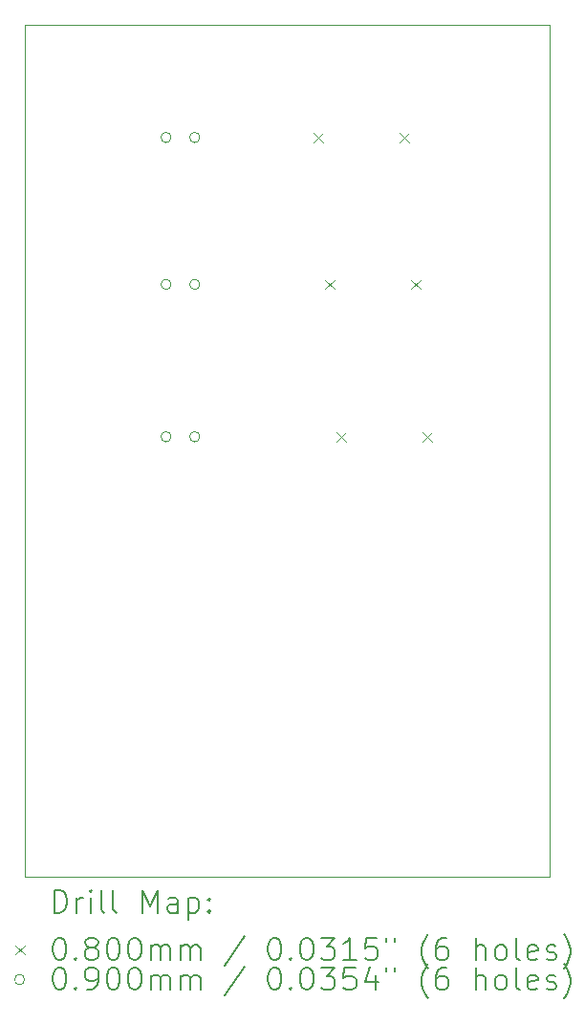
<source format=gbr>
%TF.GenerationSoftware,KiCad,Pcbnew,9.0.1*%
%TF.CreationDate,2025-04-26T01:58:34+03:00*%
%TF.ProjectId,solder project,736f6c64-6572-4207-9072-6f6a6563742e,rev?*%
%TF.SameCoordinates,Original*%
%TF.FileFunction,Drillmap*%
%TF.FilePolarity,Positive*%
%FSLAX45Y45*%
G04 Gerber Fmt 4.5, Leading zero omitted, Abs format (unit mm)*
G04 Created by KiCad (PCBNEW 9.0.1) date 2025-04-26 01:58:34*
%MOMM*%
%LPD*%
G01*
G04 APERTURE LIST*
%ADD10C,0.050000*%
%ADD11C,0.200000*%
%ADD12C,0.100000*%
G04 APERTURE END LIST*
D10*
X7350000Y-4850000D02*
X12000000Y-4850000D01*
X12000000Y-12400000D01*
X7350000Y-12400000D01*
X7350000Y-4850000D01*
D11*
D12*
X9910000Y-5810000D02*
X9990000Y-5890000D01*
X9990000Y-5810000D02*
X9910000Y-5890000D01*
X10010000Y-7110000D02*
X10090000Y-7190000D01*
X10090000Y-7110000D02*
X10010000Y-7190000D01*
X10110000Y-8460000D02*
X10190000Y-8540000D01*
X10190000Y-8460000D02*
X10110000Y-8540000D01*
X10672000Y-5810000D02*
X10752000Y-5890000D01*
X10752000Y-5810000D02*
X10672000Y-5890000D01*
X10772000Y-7110000D02*
X10852000Y-7190000D01*
X10852000Y-7110000D02*
X10772000Y-7190000D01*
X10872000Y-8460000D02*
X10952000Y-8540000D01*
X10952000Y-8460000D02*
X10872000Y-8540000D01*
X8645000Y-5850000D02*
G75*
G02*
X8555000Y-5850000I-45000J0D01*
G01*
X8555000Y-5850000D02*
G75*
G02*
X8645000Y-5850000I45000J0D01*
G01*
X8645000Y-7150000D02*
G75*
G02*
X8555000Y-7150000I-45000J0D01*
G01*
X8555000Y-7150000D02*
G75*
G02*
X8645000Y-7150000I45000J0D01*
G01*
X8645000Y-8500000D02*
G75*
G02*
X8555000Y-8500000I-45000J0D01*
G01*
X8555000Y-8500000D02*
G75*
G02*
X8645000Y-8500000I45000J0D01*
G01*
X8899000Y-5850000D02*
G75*
G02*
X8809000Y-5850000I-45000J0D01*
G01*
X8809000Y-5850000D02*
G75*
G02*
X8899000Y-5850000I45000J0D01*
G01*
X8899000Y-7150000D02*
G75*
G02*
X8809000Y-7150000I-45000J0D01*
G01*
X8809000Y-7150000D02*
G75*
G02*
X8899000Y-7150000I45000J0D01*
G01*
X8899000Y-8500000D02*
G75*
G02*
X8809000Y-8500000I-45000J0D01*
G01*
X8809000Y-8500000D02*
G75*
G02*
X8899000Y-8500000I45000J0D01*
G01*
D11*
X7608277Y-12713984D02*
X7608277Y-12513984D01*
X7608277Y-12513984D02*
X7655896Y-12513984D01*
X7655896Y-12513984D02*
X7684467Y-12523508D01*
X7684467Y-12523508D02*
X7703515Y-12542555D01*
X7703515Y-12542555D02*
X7713039Y-12561603D01*
X7713039Y-12561603D02*
X7722562Y-12599698D01*
X7722562Y-12599698D02*
X7722562Y-12628269D01*
X7722562Y-12628269D02*
X7713039Y-12666365D01*
X7713039Y-12666365D02*
X7703515Y-12685412D01*
X7703515Y-12685412D02*
X7684467Y-12704460D01*
X7684467Y-12704460D02*
X7655896Y-12713984D01*
X7655896Y-12713984D02*
X7608277Y-12713984D01*
X7808277Y-12713984D02*
X7808277Y-12580650D01*
X7808277Y-12618746D02*
X7817801Y-12599698D01*
X7817801Y-12599698D02*
X7827324Y-12590174D01*
X7827324Y-12590174D02*
X7846372Y-12580650D01*
X7846372Y-12580650D02*
X7865420Y-12580650D01*
X7932086Y-12713984D02*
X7932086Y-12580650D01*
X7932086Y-12513984D02*
X7922562Y-12523508D01*
X7922562Y-12523508D02*
X7932086Y-12533031D01*
X7932086Y-12533031D02*
X7941610Y-12523508D01*
X7941610Y-12523508D02*
X7932086Y-12513984D01*
X7932086Y-12513984D02*
X7932086Y-12533031D01*
X8055896Y-12713984D02*
X8036848Y-12704460D01*
X8036848Y-12704460D02*
X8027324Y-12685412D01*
X8027324Y-12685412D02*
X8027324Y-12513984D01*
X8160658Y-12713984D02*
X8141610Y-12704460D01*
X8141610Y-12704460D02*
X8132086Y-12685412D01*
X8132086Y-12685412D02*
X8132086Y-12513984D01*
X8389229Y-12713984D02*
X8389229Y-12513984D01*
X8389229Y-12513984D02*
X8455896Y-12656841D01*
X8455896Y-12656841D02*
X8522563Y-12513984D01*
X8522563Y-12513984D02*
X8522563Y-12713984D01*
X8703515Y-12713984D02*
X8703515Y-12609222D01*
X8703515Y-12609222D02*
X8693991Y-12590174D01*
X8693991Y-12590174D02*
X8674944Y-12580650D01*
X8674944Y-12580650D02*
X8636848Y-12580650D01*
X8636848Y-12580650D02*
X8617801Y-12590174D01*
X8703515Y-12704460D02*
X8684467Y-12713984D01*
X8684467Y-12713984D02*
X8636848Y-12713984D01*
X8636848Y-12713984D02*
X8617801Y-12704460D01*
X8617801Y-12704460D02*
X8608277Y-12685412D01*
X8608277Y-12685412D02*
X8608277Y-12666365D01*
X8608277Y-12666365D02*
X8617801Y-12647317D01*
X8617801Y-12647317D02*
X8636848Y-12637793D01*
X8636848Y-12637793D02*
X8684467Y-12637793D01*
X8684467Y-12637793D02*
X8703515Y-12628269D01*
X8798753Y-12580650D02*
X8798753Y-12780650D01*
X8798753Y-12590174D02*
X8817801Y-12580650D01*
X8817801Y-12580650D02*
X8855896Y-12580650D01*
X8855896Y-12580650D02*
X8874944Y-12590174D01*
X8874944Y-12590174D02*
X8884467Y-12599698D01*
X8884467Y-12599698D02*
X8893991Y-12618746D01*
X8893991Y-12618746D02*
X8893991Y-12675888D01*
X8893991Y-12675888D02*
X8884467Y-12694936D01*
X8884467Y-12694936D02*
X8874944Y-12704460D01*
X8874944Y-12704460D02*
X8855896Y-12713984D01*
X8855896Y-12713984D02*
X8817801Y-12713984D01*
X8817801Y-12713984D02*
X8798753Y-12704460D01*
X8979705Y-12694936D02*
X8989229Y-12704460D01*
X8989229Y-12704460D02*
X8979705Y-12713984D01*
X8979705Y-12713984D02*
X8970182Y-12704460D01*
X8970182Y-12704460D02*
X8979705Y-12694936D01*
X8979705Y-12694936D02*
X8979705Y-12713984D01*
X8979705Y-12590174D02*
X8989229Y-12599698D01*
X8989229Y-12599698D02*
X8979705Y-12609222D01*
X8979705Y-12609222D02*
X8970182Y-12599698D01*
X8970182Y-12599698D02*
X8979705Y-12590174D01*
X8979705Y-12590174D02*
X8979705Y-12609222D01*
D12*
X7267500Y-13002500D02*
X7347500Y-13082500D01*
X7347500Y-13002500D02*
X7267500Y-13082500D01*
D11*
X7646372Y-12933984D02*
X7665420Y-12933984D01*
X7665420Y-12933984D02*
X7684467Y-12943508D01*
X7684467Y-12943508D02*
X7693991Y-12953031D01*
X7693991Y-12953031D02*
X7703515Y-12972079D01*
X7703515Y-12972079D02*
X7713039Y-13010174D01*
X7713039Y-13010174D02*
X7713039Y-13057793D01*
X7713039Y-13057793D02*
X7703515Y-13095888D01*
X7703515Y-13095888D02*
X7693991Y-13114936D01*
X7693991Y-13114936D02*
X7684467Y-13124460D01*
X7684467Y-13124460D02*
X7665420Y-13133984D01*
X7665420Y-13133984D02*
X7646372Y-13133984D01*
X7646372Y-13133984D02*
X7627324Y-13124460D01*
X7627324Y-13124460D02*
X7617801Y-13114936D01*
X7617801Y-13114936D02*
X7608277Y-13095888D01*
X7608277Y-13095888D02*
X7598753Y-13057793D01*
X7598753Y-13057793D02*
X7598753Y-13010174D01*
X7598753Y-13010174D02*
X7608277Y-12972079D01*
X7608277Y-12972079D02*
X7617801Y-12953031D01*
X7617801Y-12953031D02*
X7627324Y-12943508D01*
X7627324Y-12943508D02*
X7646372Y-12933984D01*
X7798753Y-13114936D02*
X7808277Y-13124460D01*
X7808277Y-13124460D02*
X7798753Y-13133984D01*
X7798753Y-13133984D02*
X7789229Y-13124460D01*
X7789229Y-13124460D02*
X7798753Y-13114936D01*
X7798753Y-13114936D02*
X7798753Y-13133984D01*
X7922562Y-13019698D02*
X7903515Y-13010174D01*
X7903515Y-13010174D02*
X7893991Y-13000650D01*
X7893991Y-13000650D02*
X7884467Y-12981603D01*
X7884467Y-12981603D02*
X7884467Y-12972079D01*
X7884467Y-12972079D02*
X7893991Y-12953031D01*
X7893991Y-12953031D02*
X7903515Y-12943508D01*
X7903515Y-12943508D02*
X7922562Y-12933984D01*
X7922562Y-12933984D02*
X7960658Y-12933984D01*
X7960658Y-12933984D02*
X7979705Y-12943508D01*
X7979705Y-12943508D02*
X7989229Y-12953031D01*
X7989229Y-12953031D02*
X7998753Y-12972079D01*
X7998753Y-12972079D02*
X7998753Y-12981603D01*
X7998753Y-12981603D02*
X7989229Y-13000650D01*
X7989229Y-13000650D02*
X7979705Y-13010174D01*
X7979705Y-13010174D02*
X7960658Y-13019698D01*
X7960658Y-13019698D02*
X7922562Y-13019698D01*
X7922562Y-13019698D02*
X7903515Y-13029222D01*
X7903515Y-13029222D02*
X7893991Y-13038746D01*
X7893991Y-13038746D02*
X7884467Y-13057793D01*
X7884467Y-13057793D02*
X7884467Y-13095888D01*
X7884467Y-13095888D02*
X7893991Y-13114936D01*
X7893991Y-13114936D02*
X7903515Y-13124460D01*
X7903515Y-13124460D02*
X7922562Y-13133984D01*
X7922562Y-13133984D02*
X7960658Y-13133984D01*
X7960658Y-13133984D02*
X7979705Y-13124460D01*
X7979705Y-13124460D02*
X7989229Y-13114936D01*
X7989229Y-13114936D02*
X7998753Y-13095888D01*
X7998753Y-13095888D02*
X7998753Y-13057793D01*
X7998753Y-13057793D02*
X7989229Y-13038746D01*
X7989229Y-13038746D02*
X7979705Y-13029222D01*
X7979705Y-13029222D02*
X7960658Y-13019698D01*
X8122562Y-12933984D02*
X8141610Y-12933984D01*
X8141610Y-12933984D02*
X8160658Y-12943508D01*
X8160658Y-12943508D02*
X8170182Y-12953031D01*
X8170182Y-12953031D02*
X8179705Y-12972079D01*
X8179705Y-12972079D02*
X8189229Y-13010174D01*
X8189229Y-13010174D02*
X8189229Y-13057793D01*
X8189229Y-13057793D02*
X8179705Y-13095888D01*
X8179705Y-13095888D02*
X8170182Y-13114936D01*
X8170182Y-13114936D02*
X8160658Y-13124460D01*
X8160658Y-13124460D02*
X8141610Y-13133984D01*
X8141610Y-13133984D02*
X8122562Y-13133984D01*
X8122562Y-13133984D02*
X8103515Y-13124460D01*
X8103515Y-13124460D02*
X8093991Y-13114936D01*
X8093991Y-13114936D02*
X8084467Y-13095888D01*
X8084467Y-13095888D02*
X8074943Y-13057793D01*
X8074943Y-13057793D02*
X8074943Y-13010174D01*
X8074943Y-13010174D02*
X8084467Y-12972079D01*
X8084467Y-12972079D02*
X8093991Y-12953031D01*
X8093991Y-12953031D02*
X8103515Y-12943508D01*
X8103515Y-12943508D02*
X8122562Y-12933984D01*
X8313039Y-12933984D02*
X8332086Y-12933984D01*
X8332086Y-12933984D02*
X8351134Y-12943508D01*
X8351134Y-12943508D02*
X8360658Y-12953031D01*
X8360658Y-12953031D02*
X8370182Y-12972079D01*
X8370182Y-12972079D02*
X8379705Y-13010174D01*
X8379705Y-13010174D02*
X8379705Y-13057793D01*
X8379705Y-13057793D02*
X8370182Y-13095888D01*
X8370182Y-13095888D02*
X8360658Y-13114936D01*
X8360658Y-13114936D02*
X8351134Y-13124460D01*
X8351134Y-13124460D02*
X8332086Y-13133984D01*
X8332086Y-13133984D02*
X8313039Y-13133984D01*
X8313039Y-13133984D02*
X8293991Y-13124460D01*
X8293991Y-13124460D02*
X8284467Y-13114936D01*
X8284467Y-13114936D02*
X8274943Y-13095888D01*
X8274943Y-13095888D02*
X8265420Y-13057793D01*
X8265420Y-13057793D02*
X8265420Y-13010174D01*
X8265420Y-13010174D02*
X8274943Y-12972079D01*
X8274943Y-12972079D02*
X8284467Y-12953031D01*
X8284467Y-12953031D02*
X8293991Y-12943508D01*
X8293991Y-12943508D02*
X8313039Y-12933984D01*
X8465420Y-13133984D02*
X8465420Y-13000650D01*
X8465420Y-13019698D02*
X8474944Y-13010174D01*
X8474944Y-13010174D02*
X8493991Y-13000650D01*
X8493991Y-13000650D02*
X8522563Y-13000650D01*
X8522563Y-13000650D02*
X8541610Y-13010174D01*
X8541610Y-13010174D02*
X8551134Y-13029222D01*
X8551134Y-13029222D02*
X8551134Y-13133984D01*
X8551134Y-13029222D02*
X8560658Y-13010174D01*
X8560658Y-13010174D02*
X8579705Y-13000650D01*
X8579705Y-13000650D02*
X8608277Y-13000650D01*
X8608277Y-13000650D02*
X8627325Y-13010174D01*
X8627325Y-13010174D02*
X8636848Y-13029222D01*
X8636848Y-13029222D02*
X8636848Y-13133984D01*
X8732086Y-13133984D02*
X8732086Y-13000650D01*
X8732086Y-13019698D02*
X8741610Y-13010174D01*
X8741610Y-13010174D02*
X8760658Y-13000650D01*
X8760658Y-13000650D02*
X8789229Y-13000650D01*
X8789229Y-13000650D02*
X8808277Y-13010174D01*
X8808277Y-13010174D02*
X8817801Y-13029222D01*
X8817801Y-13029222D02*
X8817801Y-13133984D01*
X8817801Y-13029222D02*
X8827325Y-13010174D01*
X8827325Y-13010174D02*
X8846372Y-13000650D01*
X8846372Y-13000650D02*
X8874944Y-13000650D01*
X8874944Y-13000650D02*
X8893991Y-13010174D01*
X8893991Y-13010174D02*
X8903515Y-13029222D01*
X8903515Y-13029222D02*
X8903515Y-13133984D01*
X9293991Y-12924460D02*
X9122563Y-13181603D01*
X9551134Y-12933984D02*
X9570182Y-12933984D01*
X9570182Y-12933984D02*
X9589229Y-12943508D01*
X9589229Y-12943508D02*
X9598753Y-12953031D01*
X9598753Y-12953031D02*
X9608277Y-12972079D01*
X9608277Y-12972079D02*
X9617801Y-13010174D01*
X9617801Y-13010174D02*
X9617801Y-13057793D01*
X9617801Y-13057793D02*
X9608277Y-13095888D01*
X9608277Y-13095888D02*
X9598753Y-13114936D01*
X9598753Y-13114936D02*
X9589229Y-13124460D01*
X9589229Y-13124460D02*
X9570182Y-13133984D01*
X9570182Y-13133984D02*
X9551134Y-13133984D01*
X9551134Y-13133984D02*
X9532087Y-13124460D01*
X9532087Y-13124460D02*
X9522563Y-13114936D01*
X9522563Y-13114936D02*
X9513039Y-13095888D01*
X9513039Y-13095888D02*
X9503515Y-13057793D01*
X9503515Y-13057793D02*
X9503515Y-13010174D01*
X9503515Y-13010174D02*
X9513039Y-12972079D01*
X9513039Y-12972079D02*
X9522563Y-12953031D01*
X9522563Y-12953031D02*
X9532087Y-12943508D01*
X9532087Y-12943508D02*
X9551134Y-12933984D01*
X9703515Y-13114936D02*
X9713039Y-13124460D01*
X9713039Y-13124460D02*
X9703515Y-13133984D01*
X9703515Y-13133984D02*
X9693991Y-13124460D01*
X9693991Y-13124460D02*
X9703515Y-13114936D01*
X9703515Y-13114936D02*
X9703515Y-13133984D01*
X9836848Y-12933984D02*
X9855896Y-12933984D01*
X9855896Y-12933984D02*
X9874944Y-12943508D01*
X9874944Y-12943508D02*
X9884468Y-12953031D01*
X9884468Y-12953031D02*
X9893991Y-12972079D01*
X9893991Y-12972079D02*
X9903515Y-13010174D01*
X9903515Y-13010174D02*
X9903515Y-13057793D01*
X9903515Y-13057793D02*
X9893991Y-13095888D01*
X9893991Y-13095888D02*
X9884468Y-13114936D01*
X9884468Y-13114936D02*
X9874944Y-13124460D01*
X9874944Y-13124460D02*
X9855896Y-13133984D01*
X9855896Y-13133984D02*
X9836848Y-13133984D01*
X9836848Y-13133984D02*
X9817801Y-13124460D01*
X9817801Y-13124460D02*
X9808277Y-13114936D01*
X9808277Y-13114936D02*
X9798753Y-13095888D01*
X9798753Y-13095888D02*
X9789229Y-13057793D01*
X9789229Y-13057793D02*
X9789229Y-13010174D01*
X9789229Y-13010174D02*
X9798753Y-12972079D01*
X9798753Y-12972079D02*
X9808277Y-12953031D01*
X9808277Y-12953031D02*
X9817801Y-12943508D01*
X9817801Y-12943508D02*
X9836848Y-12933984D01*
X9970182Y-12933984D02*
X10093991Y-12933984D01*
X10093991Y-12933984D02*
X10027325Y-13010174D01*
X10027325Y-13010174D02*
X10055896Y-13010174D01*
X10055896Y-13010174D02*
X10074944Y-13019698D01*
X10074944Y-13019698D02*
X10084468Y-13029222D01*
X10084468Y-13029222D02*
X10093991Y-13048269D01*
X10093991Y-13048269D02*
X10093991Y-13095888D01*
X10093991Y-13095888D02*
X10084468Y-13114936D01*
X10084468Y-13114936D02*
X10074944Y-13124460D01*
X10074944Y-13124460D02*
X10055896Y-13133984D01*
X10055896Y-13133984D02*
X9998753Y-13133984D01*
X9998753Y-13133984D02*
X9979706Y-13124460D01*
X9979706Y-13124460D02*
X9970182Y-13114936D01*
X10284468Y-13133984D02*
X10170182Y-13133984D01*
X10227325Y-13133984D02*
X10227325Y-12933984D01*
X10227325Y-12933984D02*
X10208277Y-12962555D01*
X10208277Y-12962555D02*
X10189229Y-12981603D01*
X10189229Y-12981603D02*
X10170182Y-12991127D01*
X10465420Y-12933984D02*
X10370182Y-12933984D01*
X10370182Y-12933984D02*
X10360658Y-13029222D01*
X10360658Y-13029222D02*
X10370182Y-13019698D01*
X10370182Y-13019698D02*
X10389229Y-13010174D01*
X10389229Y-13010174D02*
X10436849Y-13010174D01*
X10436849Y-13010174D02*
X10455896Y-13019698D01*
X10455896Y-13019698D02*
X10465420Y-13029222D01*
X10465420Y-13029222D02*
X10474944Y-13048269D01*
X10474944Y-13048269D02*
X10474944Y-13095888D01*
X10474944Y-13095888D02*
X10465420Y-13114936D01*
X10465420Y-13114936D02*
X10455896Y-13124460D01*
X10455896Y-13124460D02*
X10436849Y-13133984D01*
X10436849Y-13133984D02*
X10389229Y-13133984D01*
X10389229Y-13133984D02*
X10370182Y-13124460D01*
X10370182Y-13124460D02*
X10360658Y-13114936D01*
X10551134Y-12933984D02*
X10551134Y-12972079D01*
X10627325Y-12933984D02*
X10627325Y-12972079D01*
X10922563Y-13210174D02*
X10913039Y-13200650D01*
X10913039Y-13200650D02*
X10893991Y-13172079D01*
X10893991Y-13172079D02*
X10884468Y-13153031D01*
X10884468Y-13153031D02*
X10874944Y-13124460D01*
X10874944Y-13124460D02*
X10865420Y-13076841D01*
X10865420Y-13076841D02*
X10865420Y-13038746D01*
X10865420Y-13038746D02*
X10874944Y-12991127D01*
X10874944Y-12991127D02*
X10884468Y-12962555D01*
X10884468Y-12962555D02*
X10893991Y-12943508D01*
X10893991Y-12943508D02*
X10913039Y-12914936D01*
X10913039Y-12914936D02*
X10922563Y-12905412D01*
X11084468Y-12933984D02*
X11046372Y-12933984D01*
X11046372Y-12933984D02*
X11027325Y-12943508D01*
X11027325Y-12943508D02*
X11017801Y-12953031D01*
X11017801Y-12953031D02*
X10998753Y-12981603D01*
X10998753Y-12981603D02*
X10989230Y-13019698D01*
X10989230Y-13019698D02*
X10989230Y-13095888D01*
X10989230Y-13095888D02*
X10998753Y-13114936D01*
X10998753Y-13114936D02*
X11008277Y-13124460D01*
X11008277Y-13124460D02*
X11027325Y-13133984D01*
X11027325Y-13133984D02*
X11065420Y-13133984D01*
X11065420Y-13133984D02*
X11084468Y-13124460D01*
X11084468Y-13124460D02*
X11093991Y-13114936D01*
X11093991Y-13114936D02*
X11103515Y-13095888D01*
X11103515Y-13095888D02*
X11103515Y-13048269D01*
X11103515Y-13048269D02*
X11093991Y-13029222D01*
X11093991Y-13029222D02*
X11084468Y-13019698D01*
X11084468Y-13019698D02*
X11065420Y-13010174D01*
X11065420Y-13010174D02*
X11027325Y-13010174D01*
X11027325Y-13010174D02*
X11008277Y-13019698D01*
X11008277Y-13019698D02*
X10998753Y-13029222D01*
X10998753Y-13029222D02*
X10989230Y-13048269D01*
X11341610Y-13133984D02*
X11341610Y-12933984D01*
X11427325Y-13133984D02*
X11427325Y-13029222D01*
X11427325Y-13029222D02*
X11417801Y-13010174D01*
X11417801Y-13010174D02*
X11398753Y-13000650D01*
X11398753Y-13000650D02*
X11370182Y-13000650D01*
X11370182Y-13000650D02*
X11351134Y-13010174D01*
X11351134Y-13010174D02*
X11341610Y-13019698D01*
X11551134Y-13133984D02*
X11532087Y-13124460D01*
X11532087Y-13124460D02*
X11522563Y-13114936D01*
X11522563Y-13114936D02*
X11513039Y-13095888D01*
X11513039Y-13095888D02*
X11513039Y-13038746D01*
X11513039Y-13038746D02*
X11522563Y-13019698D01*
X11522563Y-13019698D02*
X11532087Y-13010174D01*
X11532087Y-13010174D02*
X11551134Y-13000650D01*
X11551134Y-13000650D02*
X11579706Y-13000650D01*
X11579706Y-13000650D02*
X11598753Y-13010174D01*
X11598753Y-13010174D02*
X11608277Y-13019698D01*
X11608277Y-13019698D02*
X11617801Y-13038746D01*
X11617801Y-13038746D02*
X11617801Y-13095888D01*
X11617801Y-13095888D02*
X11608277Y-13114936D01*
X11608277Y-13114936D02*
X11598753Y-13124460D01*
X11598753Y-13124460D02*
X11579706Y-13133984D01*
X11579706Y-13133984D02*
X11551134Y-13133984D01*
X11732087Y-13133984D02*
X11713039Y-13124460D01*
X11713039Y-13124460D02*
X11703515Y-13105412D01*
X11703515Y-13105412D02*
X11703515Y-12933984D01*
X11884468Y-13124460D02*
X11865420Y-13133984D01*
X11865420Y-13133984D02*
X11827325Y-13133984D01*
X11827325Y-13133984D02*
X11808277Y-13124460D01*
X11808277Y-13124460D02*
X11798753Y-13105412D01*
X11798753Y-13105412D02*
X11798753Y-13029222D01*
X11798753Y-13029222D02*
X11808277Y-13010174D01*
X11808277Y-13010174D02*
X11827325Y-13000650D01*
X11827325Y-13000650D02*
X11865420Y-13000650D01*
X11865420Y-13000650D02*
X11884468Y-13010174D01*
X11884468Y-13010174D02*
X11893991Y-13029222D01*
X11893991Y-13029222D02*
X11893991Y-13048269D01*
X11893991Y-13048269D02*
X11798753Y-13067317D01*
X11970182Y-13124460D02*
X11989230Y-13133984D01*
X11989230Y-13133984D02*
X12027325Y-13133984D01*
X12027325Y-13133984D02*
X12046372Y-13124460D01*
X12046372Y-13124460D02*
X12055896Y-13105412D01*
X12055896Y-13105412D02*
X12055896Y-13095888D01*
X12055896Y-13095888D02*
X12046372Y-13076841D01*
X12046372Y-13076841D02*
X12027325Y-13067317D01*
X12027325Y-13067317D02*
X11998753Y-13067317D01*
X11998753Y-13067317D02*
X11979706Y-13057793D01*
X11979706Y-13057793D02*
X11970182Y-13038746D01*
X11970182Y-13038746D02*
X11970182Y-13029222D01*
X11970182Y-13029222D02*
X11979706Y-13010174D01*
X11979706Y-13010174D02*
X11998753Y-13000650D01*
X11998753Y-13000650D02*
X12027325Y-13000650D01*
X12027325Y-13000650D02*
X12046372Y-13010174D01*
X12122563Y-13210174D02*
X12132087Y-13200650D01*
X12132087Y-13200650D02*
X12151134Y-13172079D01*
X12151134Y-13172079D02*
X12160658Y-13153031D01*
X12160658Y-13153031D02*
X12170182Y-13124460D01*
X12170182Y-13124460D02*
X12179706Y-13076841D01*
X12179706Y-13076841D02*
X12179706Y-13038746D01*
X12179706Y-13038746D02*
X12170182Y-12991127D01*
X12170182Y-12991127D02*
X12160658Y-12962555D01*
X12160658Y-12962555D02*
X12151134Y-12943508D01*
X12151134Y-12943508D02*
X12132087Y-12914936D01*
X12132087Y-12914936D02*
X12122563Y-12905412D01*
D12*
X7347500Y-13306500D02*
G75*
G02*
X7257500Y-13306500I-45000J0D01*
G01*
X7257500Y-13306500D02*
G75*
G02*
X7347500Y-13306500I45000J0D01*
G01*
D11*
X7646372Y-13197984D02*
X7665420Y-13197984D01*
X7665420Y-13197984D02*
X7684467Y-13207508D01*
X7684467Y-13207508D02*
X7693991Y-13217031D01*
X7693991Y-13217031D02*
X7703515Y-13236079D01*
X7703515Y-13236079D02*
X7713039Y-13274174D01*
X7713039Y-13274174D02*
X7713039Y-13321793D01*
X7713039Y-13321793D02*
X7703515Y-13359888D01*
X7703515Y-13359888D02*
X7693991Y-13378936D01*
X7693991Y-13378936D02*
X7684467Y-13388460D01*
X7684467Y-13388460D02*
X7665420Y-13397984D01*
X7665420Y-13397984D02*
X7646372Y-13397984D01*
X7646372Y-13397984D02*
X7627324Y-13388460D01*
X7627324Y-13388460D02*
X7617801Y-13378936D01*
X7617801Y-13378936D02*
X7608277Y-13359888D01*
X7608277Y-13359888D02*
X7598753Y-13321793D01*
X7598753Y-13321793D02*
X7598753Y-13274174D01*
X7598753Y-13274174D02*
X7608277Y-13236079D01*
X7608277Y-13236079D02*
X7617801Y-13217031D01*
X7617801Y-13217031D02*
X7627324Y-13207508D01*
X7627324Y-13207508D02*
X7646372Y-13197984D01*
X7798753Y-13378936D02*
X7808277Y-13388460D01*
X7808277Y-13388460D02*
X7798753Y-13397984D01*
X7798753Y-13397984D02*
X7789229Y-13388460D01*
X7789229Y-13388460D02*
X7798753Y-13378936D01*
X7798753Y-13378936D02*
X7798753Y-13397984D01*
X7903515Y-13397984D02*
X7941610Y-13397984D01*
X7941610Y-13397984D02*
X7960658Y-13388460D01*
X7960658Y-13388460D02*
X7970182Y-13378936D01*
X7970182Y-13378936D02*
X7989229Y-13350365D01*
X7989229Y-13350365D02*
X7998753Y-13312269D01*
X7998753Y-13312269D02*
X7998753Y-13236079D01*
X7998753Y-13236079D02*
X7989229Y-13217031D01*
X7989229Y-13217031D02*
X7979705Y-13207508D01*
X7979705Y-13207508D02*
X7960658Y-13197984D01*
X7960658Y-13197984D02*
X7922562Y-13197984D01*
X7922562Y-13197984D02*
X7903515Y-13207508D01*
X7903515Y-13207508D02*
X7893991Y-13217031D01*
X7893991Y-13217031D02*
X7884467Y-13236079D01*
X7884467Y-13236079D02*
X7884467Y-13283698D01*
X7884467Y-13283698D02*
X7893991Y-13302746D01*
X7893991Y-13302746D02*
X7903515Y-13312269D01*
X7903515Y-13312269D02*
X7922562Y-13321793D01*
X7922562Y-13321793D02*
X7960658Y-13321793D01*
X7960658Y-13321793D02*
X7979705Y-13312269D01*
X7979705Y-13312269D02*
X7989229Y-13302746D01*
X7989229Y-13302746D02*
X7998753Y-13283698D01*
X8122562Y-13197984D02*
X8141610Y-13197984D01*
X8141610Y-13197984D02*
X8160658Y-13207508D01*
X8160658Y-13207508D02*
X8170182Y-13217031D01*
X8170182Y-13217031D02*
X8179705Y-13236079D01*
X8179705Y-13236079D02*
X8189229Y-13274174D01*
X8189229Y-13274174D02*
X8189229Y-13321793D01*
X8189229Y-13321793D02*
X8179705Y-13359888D01*
X8179705Y-13359888D02*
X8170182Y-13378936D01*
X8170182Y-13378936D02*
X8160658Y-13388460D01*
X8160658Y-13388460D02*
X8141610Y-13397984D01*
X8141610Y-13397984D02*
X8122562Y-13397984D01*
X8122562Y-13397984D02*
X8103515Y-13388460D01*
X8103515Y-13388460D02*
X8093991Y-13378936D01*
X8093991Y-13378936D02*
X8084467Y-13359888D01*
X8084467Y-13359888D02*
X8074943Y-13321793D01*
X8074943Y-13321793D02*
X8074943Y-13274174D01*
X8074943Y-13274174D02*
X8084467Y-13236079D01*
X8084467Y-13236079D02*
X8093991Y-13217031D01*
X8093991Y-13217031D02*
X8103515Y-13207508D01*
X8103515Y-13207508D02*
X8122562Y-13197984D01*
X8313039Y-13197984D02*
X8332086Y-13197984D01*
X8332086Y-13197984D02*
X8351134Y-13207508D01*
X8351134Y-13207508D02*
X8360658Y-13217031D01*
X8360658Y-13217031D02*
X8370182Y-13236079D01*
X8370182Y-13236079D02*
X8379705Y-13274174D01*
X8379705Y-13274174D02*
X8379705Y-13321793D01*
X8379705Y-13321793D02*
X8370182Y-13359888D01*
X8370182Y-13359888D02*
X8360658Y-13378936D01*
X8360658Y-13378936D02*
X8351134Y-13388460D01*
X8351134Y-13388460D02*
X8332086Y-13397984D01*
X8332086Y-13397984D02*
X8313039Y-13397984D01*
X8313039Y-13397984D02*
X8293991Y-13388460D01*
X8293991Y-13388460D02*
X8284467Y-13378936D01*
X8284467Y-13378936D02*
X8274943Y-13359888D01*
X8274943Y-13359888D02*
X8265420Y-13321793D01*
X8265420Y-13321793D02*
X8265420Y-13274174D01*
X8265420Y-13274174D02*
X8274943Y-13236079D01*
X8274943Y-13236079D02*
X8284467Y-13217031D01*
X8284467Y-13217031D02*
X8293991Y-13207508D01*
X8293991Y-13207508D02*
X8313039Y-13197984D01*
X8465420Y-13397984D02*
X8465420Y-13264650D01*
X8465420Y-13283698D02*
X8474944Y-13274174D01*
X8474944Y-13274174D02*
X8493991Y-13264650D01*
X8493991Y-13264650D02*
X8522563Y-13264650D01*
X8522563Y-13264650D02*
X8541610Y-13274174D01*
X8541610Y-13274174D02*
X8551134Y-13293222D01*
X8551134Y-13293222D02*
X8551134Y-13397984D01*
X8551134Y-13293222D02*
X8560658Y-13274174D01*
X8560658Y-13274174D02*
X8579705Y-13264650D01*
X8579705Y-13264650D02*
X8608277Y-13264650D01*
X8608277Y-13264650D02*
X8627325Y-13274174D01*
X8627325Y-13274174D02*
X8636848Y-13293222D01*
X8636848Y-13293222D02*
X8636848Y-13397984D01*
X8732086Y-13397984D02*
X8732086Y-13264650D01*
X8732086Y-13283698D02*
X8741610Y-13274174D01*
X8741610Y-13274174D02*
X8760658Y-13264650D01*
X8760658Y-13264650D02*
X8789229Y-13264650D01*
X8789229Y-13264650D02*
X8808277Y-13274174D01*
X8808277Y-13274174D02*
X8817801Y-13293222D01*
X8817801Y-13293222D02*
X8817801Y-13397984D01*
X8817801Y-13293222D02*
X8827325Y-13274174D01*
X8827325Y-13274174D02*
X8846372Y-13264650D01*
X8846372Y-13264650D02*
X8874944Y-13264650D01*
X8874944Y-13264650D02*
X8893991Y-13274174D01*
X8893991Y-13274174D02*
X8903515Y-13293222D01*
X8903515Y-13293222D02*
X8903515Y-13397984D01*
X9293991Y-13188460D02*
X9122563Y-13445603D01*
X9551134Y-13197984D02*
X9570182Y-13197984D01*
X9570182Y-13197984D02*
X9589229Y-13207508D01*
X9589229Y-13207508D02*
X9598753Y-13217031D01*
X9598753Y-13217031D02*
X9608277Y-13236079D01*
X9608277Y-13236079D02*
X9617801Y-13274174D01*
X9617801Y-13274174D02*
X9617801Y-13321793D01*
X9617801Y-13321793D02*
X9608277Y-13359888D01*
X9608277Y-13359888D02*
X9598753Y-13378936D01*
X9598753Y-13378936D02*
X9589229Y-13388460D01*
X9589229Y-13388460D02*
X9570182Y-13397984D01*
X9570182Y-13397984D02*
X9551134Y-13397984D01*
X9551134Y-13397984D02*
X9532087Y-13388460D01*
X9532087Y-13388460D02*
X9522563Y-13378936D01*
X9522563Y-13378936D02*
X9513039Y-13359888D01*
X9513039Y-13359888D02*
X9503515Y-13321793D01*
X9503515Y-13321793D02*
X9503515Y-13274174D01*
X9503515Y-13274174D02*
X9513039Y-13236079D01*
X9513039Y-13236079D02*
X9522563Y-13217031D01*
X9522563Y-13217031D02*
X9532087Y-13207508D01*
X9532087Y-13207508D02*
X9551134Y-13197984D01*
X9703515Y-13378936D02*
X9713039Y-13388460D01*
X9713039Y-13388460D02*
X9703515Y-13397984D01*
X9703515Y-13397984D02*
X9693991Y-13388460D01*
X9693991Y-13388460D02*
X9703515Y-13378936D01*
X9703515Y-13378936D02*
X9703515Y-13397984D01*
X9836848Y-13197984D02*
X9855896Y-13197984D01*
X9855896Y-13197984D02*
X9874944Y-13207508D01*
X9874944Y-13207508D02*
X9884468Y-13217031D01*
X9884468Y-13217031D02*
X9893991Y-13236079D01*
X9893991Y-13236079D02*
X9903515Y-13274174D01*
X9903515Y-13274174D02*
X9903515Y-13321793D01*
X9903515Y-13321793D02*
X9893991Y-13359888D01*
X9893991Y-13359888D02*
X9884468Y-13378936D01*
X9884468Y-13378936D02*
X9874944Y-13388460D01*
X9874944Y-13388460D02*
X9855896Y-13397984D01*
X9855896Y-13397984D02*
X9836848Y-13397984D01*
X9836848Y-13397984D02*
X9817801Y-13388460D01*
X9817801Y-13388460D02*
X9808277Y-13378936D01*
X9808277Y-13378936D02*
X9798753Y-13359888D01*
X9798753Y-13359888D02*
X9789229Y-13321793D01*
X9789229Y-13321793D02*
X9789229Y-13274174D01*
X9789229Y-13274174D02*
X9798753Y-13236079D01*
X9798753Y-13236079D02*
X9808277Y-13217031D01*
X9808277Y-13217031D02*
X9817801Y-13207508D01*
X9817801Y-13207508D02*
X9836848Y-13197984D01*
X9970182Y-13197984D02*
X10093991Y-13197984D01*
X10093991Y-13197984D02*
X10027325Y-13274174D01*
X10027325Y-13274174D02*
X10055896Y-13274174D01*
X10055896Y-13274174D02*
X10074944Y-13283698D01*
X10074944Y-13283698D02*
X10084468Y-13293222D01*
X10084468Y-13293222D02*
X10093991Y-13312269D01*
X10093991Y-13312269D02*
X10093991Y-13359888D01*
X10093991Y-13359888D02*
X10084468Y-13378936D01*
X10084468Y-13378936D02*
X10074944Y-13388460D01*
X10074944Y-13388460D02*
X10055896Y-13397984D01*
X10055896Y-13397984D02*
X9998753Y-13397984D01*
X9998753Y-13397984D02*
X9979706Y-13388460D01*
X9979706Y-13388460D02*
X9970182Y-13378936D01*
X10274944Y-13197984D02*
X10179706Y-13197984D01*
X10179706Y-13197984D02*
X10170182Y-13293222D01*
X10170182Y-13293222D02*
X10179706Y-13283698D01*
X10179706Y-13283698D02*
X10198753Y-13274174D01*
X10198753Y-13274174D02*
X10246372Y-13274174D01*
X10246372Y-13274174D02*
X10265420Y-13283698D01*
X10265420Y-13283698D02*
X10274944Y-13293222D01*
X10274944Y-13293222D02*
X10284468Y-13312269D01*
X10284468Y-13312269D02*
X10284468Y-13359888D01*
X10284468Y-13359888D02*
X10274944Y-13378936D01*
X10274944Y-13378936D02*
X10265420Y-13388460D01*
X10265420Y-13388460D02*
X10246372Y-13397984D01*
X10246372Y-13397984D02*
X10198753Y-13397984D01*
X10198753Y-13397984D02*
X10179706Y-13388460D01*
X10179706Y-13388460D02*
X10170182Y-13378936D01*
X10455896Y-13264650D02*
X10455896Y-13397984D01*
X10408277Y-13188460D02*
X10360658Y-13331317D01*
X10360658Y-13331317D02*
X10484468Y-13331317D01*
X10551134Y-13197984D02*
X10551134Y-13236079D01*
X10627325Y-13197984D02*
X10627325Y-13236079D01*
X10922563Y-13474174D02*
X10913039Y-13464650D01*
X10913039Y-13464650D02*
X10893991Y-13436079D01*
X10893991Y-13436079D02*
X10884468Y-13417031D01*
X10884468Y-13417031D02*
X10874944Y-13388460D01*
X10874944Y-13388460D02*
X10865420Y-13340841D01*
X10865420Y-13340841D02*
X10865420Y-13302746D01*
X10865420Y-13302746D02*
X10874944Y-13255127D01*
X10874944Y-13255127D02*
X10884468Y-13226555D01*
X10884468Y-13226555D02*
X10893991Y-13207508D01*
X10893991Y-13207508D02*
X10913039Y-13178936D01*
X10913039Y-13178936D02*
X10922563Y-13169412D01*
X11084468Y-13197984D02*
X11046372Y-13197984D01*
X11046372Y-13197984D02*
X11027325Y-13207508D01*
X11027325Y-13207508D02*
X11017801Y-13217031D01*
X11017801Y-13217031D02*
X10998753Y-13245603D01*
X10998753Y-13245603D02*
X10989230Y-13283698D01*
X10989230Y-13283698D02*
X10989230Y-13359888D01*
X10989230Y-13359888D02*
X10998753Y-13378936D01*
X10998753Y-13378936D02*
X11008277Y-13388460D01*
X11008277Y-13388460D02*
X11027325Y-13397984D01*
X11027325Y-13397984D02*
X11065420Y-13397984D01*
X11065420Y-13397984D02*
X11084468Y-13388460D01*
X11084468Y-13388460D02*
X11093991Y-13378936D01*
X11093991Y-13378936D02*
X11103515Y-13359888D01*
X11103515Y-13359888D02*
X11103515Y-13312269D01*
X11103515Y-13312269D02*
X11093991Y-13293222D01*
X11093991Y-13293222D02*
X11084468Y-13283698D01*
X11084468Y-13283698D02*
X11065420Y-13274174D01*
X11065420Y-13274174D02*
X11027325Y-13274174D01*
X11027325Y-13274174D02*
X11008277Y-13283698D01*
X11008277Y-13283698D02*
X10998753Y-13293222D01*
X10998753Y-13293222D02*
X10989230Y-13312269D01*
X11341610Y-13397984D02*
X11341610Y-13197984D01*
X11427325Y-13397984D02*
X11427325Y-13293222D01*
X11427325Y-13293222D02*
X11417801Y-13274174D01*
X11417801Y-13274174D02*
X11398753Y-13264650D01*
X11398753Y-13264650D02*
X11370182Y-13264650D01*
X11370182Y-13264650D02*
X11351134Y-13274174D01*
X11351134Y-13274174D02*
X11341610Y-13283698D01*
X11551134Y-13397984D02*
X11532087Y-13388460D01*
X11532087Y-13388460D02*
X11522563Y-13378936D01*
X11522563Y-13378936D02*
X11513039Y-13359888D01*
X11513039Y-13359888D02*
X11513039Y-13302746D01*
X11513039Y-13302746D02*
X11522563Y-13283698D01*
X11522563Y-13283698D02*
X11532087Y-13274174D01*
X11532087Y-13274174D02*
X11551134Y-13264650D01*
X11551134Y-13264650D02*
X11579706Y-13264650D01*
X11579706Y-13264650D02*
X11598753Y-13274174D01*
X11598753Y-13274174D02*
X11608277Y-13283698D01*
X11608277Y-13283698D02*
X11617801Y-13302746D01*
X11617801Y-13302746D02*
X11617801Y-13359888D01*
X11617801Y-13359888D02*
X11608277Y-13378936D01*
X11608277Y-13378936D02*
X11598753Y-13388460D01*
X11598753Y-13388460D02*
X11579706Y-13397984D01*
X11579706Y-13397984D02*
X11551134Y-13397984D01*
X11732087Y-13397984D02*
X11713039Y-13388460D01*
X11713039Y-13388460D02*
X11703515Y-13369412D01*
X11703515Y-13369412D02*
X11703515Y-13197984D01*
X11884468Y-13388460D02*
X11865420Y-13397984D01*
X11865420Y-13397984D02*
X11827325Y-13397984D01*
X11827325Y-13397984D02*
X11808277Y-13388460D01*
X11808277Y-13388460D02*
X11798753Y-13369412D01*
X11798753Y-13369412D02*
X11798753Y-13293222D01*
X11798753Y-13293222D02*
X11808277Y-13274174D01*
X11808277Y-13274174D02*
X11827325Y-13264650D01*
X11827325Y-13264650D02*
X11865420Y-13264650D01*
X11865420Y-13264650D02*
X11884468Y-13274174D01*
X11884468Y-13274174D02*
X11893991Y-13293222D01*
X11893991Y-13293222D02*
X11893991Y-13312269D01*
X11893991Y-13312269D02*
X11798753Y-13331317D01*
X11970182Y-13388460D02*
X11989230Y-13397984D01*
X11989230Y-13397984D02*
X12027325Y-13397984D01*
X12027325Y-13397984D02*
X12046372Y-13388460D01*
X12046372Y-13388460D02*
X12055896Y-13369412D01*
X12055896Y-13369412D02*
X12055896Y-13359888D01*
X12055896Y-13359888D02*
X12046372Y-13340841D01*
X12046372Y-13340841D02*
X12027325Y-13331317D01*
X12027325Y-13331317D02*
X11998753Y-13331317D01*
X11998753Y-13331317D02*
X11979706Y-13321793D01*
X11979706Y-13321793D02*
X11970182Y-13302746D01*
X11970182Y-13302746D02*
X11970182Y-13293222D01*
X11970182Y-13293222D02*
X11979706Y-13274174D01*
X11979706Y-13274174D02*
X11998753Y-13264650D01*
X11998753Y-13264650D02*
X12027325Y-13264650D01*
X12027325Y-13264650D02*
X12046372Y-13274174D01*
X12122563Y-13474174D02*
X12132087Y-13464650D01*
X12132087Y-13464650D02*
X12151134Y-13436079D01*
X12151134Y-13436079D02*
X12160658Y-13417031D01*
X12160658Y-13417031D02*
X12170182Y-13388460D01*
X12170182Y-13388460D02*
X12179706Y-13340841D01*
X12179706Y-13340841D02*
X12179706Y-13302746D01*
X12179706Y-13302746D02*
X12170182Y-13255127D01*
X12170182Y-13255127D02*
X12160658Y-13226555D01*
X12160658Y-13226555D02*
X12151134Y-13207508D01*
X12151134Y-13207508D02*
X12132087Y-13178936D01*
X12132087Y-13178936D02*
X12122563Y-13169412D01*
M02*

</source>
